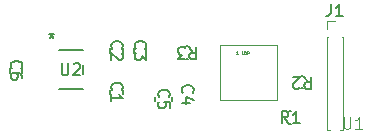
<source format=gbr>
%TF.GenerationSoftware,KiCad,Pcbnew,8.0.7*%
%TF.CreationDate,2025-01-01T23:53:00-05:00*%
%TF.ProjectId,PCB_Capstone_prototype_1_optical_S,5043425f-4361-4707-9374-6f6e655f7072,rev?*%
%TF.SameCoordinates,Original*%
%TF.FileFunction,Legend,Top*%
%TF.FilePolarity,Positive*%
%FSLAX46Y46*%
G04 Gerber Fmt 4.6, Leading zero omitted, Abs format (unit mm)*
G04 Created by KiCad (PCBNEW 8.0.7) date 2025-01-01 23:53:00*
%MOMM*%
%LPD*%
G01*
G04 APERTURE LIST*
%ADD10C,0.150000*%
%ADD11C,0.100000*%
%ADD12C,0.062500*%
%ADD13C,0.152400*%
%ADD14C,0.120000*%
G04 APERTURE END LIST*
D10*
X96140419Y-53661133D02*
X96092800Y-53613514D01*
X96092800Y-53613514D02*
X96045180Y-53470657D01*
X96045180Y-53470657D02*
X96045180Y-53375419D01*
X96045180Y-53375419D02*
X96092800Y-53232562D01*
X96092800Y-53232562D02*
X96188038Y-53137324D01*
X96188038Y-53137324D02*
X96283276Y-53089705D01*
X96283276Y-53089705D02*
X96473752Y-53042086D01*
X96473752Y-53042086D02*
X96616609Y-53042086D01*
X96616609Y-53042086D02*
X96807085Y-53089705D01*
X96807085Y-53089705D02*
X96902323Y-53137324D01*
X96902323Y-53137324D02*
X96997561Y-53232562D01*
X96997561Y-53232562D02*
X97045180Y-53375419D01*
X97045180Y-53375419D02*
X97045180Y-53470657D01*
X97045180Y-53470657D02*
X96997561Y-53613514D01*
X96997561Y-53613514D02*
X96949942Y-53661133D01*
X96949942Y-54042086D02*
X96997561Y-54089705D01*
X96997561Y-54089705D02*
X97045180Y-54184943D01*
X97045180Y-54184943D02*
X97045180Y-54423038D01*
X97045180Y-54423038D02*
X96997561Y-54518276D01*
X96997561Y-54518276D02*
X96949942Y-54565895D01*
X96949942Y-54565895D02*
X96854704Y-54613514D01*
X96854704Y-54613514D02*
X96759466Y-54613514D01*
X96759466Y-54613514D02*
X96616609Y-54565895D01*
X96616609Y-54565895D02*
X96045180Y-53994467D01*
X96045180Y-53994467D02*
X96045180Y-54613514D01*
X111055534Y-59954819D02*
X110722201Y-59478628D01*
X110484106Y-59954819D02*
X110484106Y-58954819D01*
X110484106Y-58954819D02*
X110865058Y-58954819D01*
X110865058Y-58954819D02*
X110960296Y-59002438D01*
X110960296Y-59002438D02*
X111007915Y-59050057D01*
X111007915Y-59050057D02*
X111055534Y-59145295D01*
X111055534Y-59145295D02*
X111055534Y-59288152D01*
X111055534Y-59288152D02*
X111007915Y-59383390D01*
X111007915Y-59383390D02*
X110960296Y-59431009D01*
X110960296Y-59431009D02*
X110865058Y-59478628D01*
X110865058Y-59478628D02*
X110484106Y-59478628D01*
X112007915Y-59954819D02*
X111436487Y-59954819D01*
X111722201Y-59954819D02*
X111722201Y-58954819D01*
X111722201Y-58954819D02*
X111626963Y-59097676D01*
X111626963Y-59097676D02*
X111531725Y-59192914D01*
X111531725Y-59192914D02*
X111436487Y-59240533D01*
D11*
X115738095Y-59457419D02*
X115738095Y-60266942D01*
X115738095Y-60266942D02*
X115785714Y-60362180D01*
X115785714Y-60362180D02*
X115833333Y-60409800D01*
X115833333Y-60409800D02*
X115928571Y-60457419D01*
X115928571Y-60457419D02*
X116119047Y-60457419D01*
X116119047Y-60457419D02*
X116214285Y-60409800D01*
X116214285Y-60409800D02*
X116261904Y-60362180D01*
X116261904Y-60362180D02*
X116309523Y-60266942D01*
X116309523Y-60266942D02*
X116309523Y-59457419D01*
X117309523Y-60457419D02*
X116738095Y-60457419D01*
X117023809Y-60457419D02*
X117023809Y-59457419D01*
X117023809Y-59457419D02*
X116928571Y-59600276D01*
X116928571Y-59600276D02*
X116833333Y-59695514D01*
X116833333Y-59695514D02*
X116738095Y-59743133D01*
D12*
X106806594Y-54141154D02*
X106663737Y-54141154D01*
X106735165Y-54141154D02*
X106735165Y-53891154D01*
X106735165Y-53891154D02*
X106711356Y-53926869D01*
X106711356Y-53926869D02*
X106687546Y-53950678D01*
X106687546Y-53950678D02*
X106663737Y-53962583D01*
X107223260Y-54141154D02*
X107104212Y-54141154D01*
X107104212Y-54141154D02*
X107104212Y-53891154D01*
X107306593Y-54141154D02*
X107306593Y-53891154D01*
X107306593Y-53891154D02*
X107366117Y-53891154D01*
X107366117Y-53891154D02*
X107401831Y-53903059D01*
X107401831Y-53903059D02*
X107425641Y-53926869D01*
X107425641Y-53926869D02*
X107437546Y-53950678D01*
X107437546Y-53950678D02*
X107449450Y-53998297D01*
X107449450Y-53998297D02*
X107449450Y-54034011D01*
X107449450Y-54034011D02*
X107437546Y-54081630D01*
X107437546Y-54081630D02*
X107425641Y-54105440D01*
X107425641Y-54105440D02*
X107401831Y-54129250D01*
X107401831Y-54129250D02*
X107366117Y-54141154D01*
X107366117Y-54141154D02*
X107306593Y-54141154D01*
X107556593Y-54141154D02*
X107556593Y-53891154D01*
X107556593Y-53891154D02*
X107651831Y-53891154D01*
X107651831Y-53891154D02*
X107675641Y-53903059D01*
X107675641Y-53903059D02*
X107687546Y-53914964D01*
X107687546Y-53914964D02*
X107699450Y-53938773D01*
X107699450Y-53938773D02*
X107699450Y-53974488D01*
X107699450Y-53974488D02*
X107687546Y-53998297D01*
X107687546Y-53998297D02*
X107675641Y-54010202D01*
X107675641Y-54010202D02*
X107651831Y-54022107D01*
X107651831Y-54022107D02*
X107556593Y-54022107D01*
D10*
X87640419Y-55333333D02*
X87592800Y-55285714D01*
X87592800Y-55285714D02*
X87545180Y-55142857D01*
X87545180Y-55142857D02*
X87545180Y-55047619D01*
X87545180Y-55047619D02*
X87592800Y-54904762D01*
X87592800Y-54904762D02*
X87688038Y-54809524D01*
X87688038Y-54809524D02*
X87783276Y-54761905D01*
X87783276Y-54761905D02*
X87973752Y-54714286D01*
X87973752Y-54714286D02*
X88116609Y-54714286D01*
X88116609Y-54714286D02*
X88307085Y-54761905D01*
X88307085Y-54761905D02*
X88402323Y-54809524D01*
X88402323Y-54809524D02*
X88497561Y-54904762D01*
X88497561Y-54904762D02*
X88545180Y-55047619D01*
X88545180Y-55047619D02*
X88545180Y-55142857D01*
X88545180Y-55142857D02*
X88497561Y-55285714D01*
X88497561Y-55285714D02*
X88449942Y-55333333D01*
X88545180Y-56190476D02*
X88545180Y-56000000D01*
X88545180Y-56000000D02*
X88497561Y-55904762D01*
X88497561Y-55904762D02*
X88449942Y-55857143D01*
X88449942Y-55857143D02*
X88307085Y-55761905D01*
X88307085Y-55761905D02*
X88116609Y-55714286D01*
X88116609Y-55714286D02*
X87735657Y-55714286D01*
X87735657Y-55714286D02*
X87640419Y-55761905D01*
X87640419Y-55761905D02*
X87592800Y-55809524D01*
X87592800Y-55809524D02*
X87545180Y-55904762D01*
X87545180Y-55904762D02*
X87545180Y-56095238D01*
X87545180Y-56095238D02*
X87592800Y-56190476D01*
X87592800Y-56190476D02*
X87640419Y-56238095D01*
X87640419Y-56238095D02*
X87735657Y-56285714D01*
X87735657Y-56285714D02*
X87973752Y-56285714D01*
X87973752Y-56285714D02*
X88068990Y-56238095D01*
X88068990Y-56238095D02*
X88116609Y-56190476D01*
X88116609Y-56190476D02*
X88164228Y-56095238D01*
X88164228Y-56095238D02*
X88164228Y-55904762D01*
X88164228Y-55904762D02*
X88116609Y-55809524D01*
X88116609Y-55809524D02*
X88068990Y-55761905D01*
X88068990Y-55761905D02*
X87973752Y-55714286D01*
X112388867Y-56045180D02*
X112722200Y-56521371D01*
X112960295Y-56045180D02*
X112960295Y-57045180D01*
X112960295Y-57045180D02*
X112579343Y-57045180D01*
X112579343Y-57045180D02*
X112484105Y-56997561D01*
X112484105Y-56997561D02*
X112436486Y-56949942D01*
X112436486Y-56949942D02*
X112388867Y-56854704D01*
X112388867Y-56854704D02*
X112388867Y-56711847D01*
X112388867Y-56711847D02*
X112436486Y-56616609D01*
X112436486Y-56616609D02*
X112484105Y-56568990D01*
X112484105Y-56568990D02*
X112579343Y-56521371D01*
X112579343Y-56521371D02*
X112960295Y-56521371D01*
X112007914Y-56949942D02*
X111960295Y-56997561D01*
X111960295Y-56997561D02*
X111865057Y-57045180D01*
X111865057Y-57045180D02*
X111626962Y-57045180D01*
X111626962Y-57045180D02*
X111531724Y-56997561D01*
X111531724Y-56997561D02*
X111484105Y-56949942D01*
X111484105Y-56949942D02*
X111436486Y-56854704D01*
X111436486Y-56854704D02*
X111436486Y-56759466D01*
X111436486Y-56759466D02*
X111484105Y-56616609D01*
X111484105Y-56616609D02*
X112055533Y-56045180D01*
X112055533Y-56045180D02*
X111436486Y-56045180D01*
X91872845Y-54904820D02*
X91872845Y-55714343D01*
X91872845Y-55714343D02*
X91920464Y-55809581D01*
X91920464Y-55809581D02*
X91968083Y-55857201D01*
X91968083Y-55857201D02*
X92063321Y-55904820D01*
X92063321Y-55904820D02*
X92253797Y-55904820D01*
X92253797Y-55904820D02*
X92349035Y-55857201D01*
X92349035Y-55857201D02*
X92396654Y-55809581D01*
X92396654Y-55809581D02*
X92444273Y-55714343D01*
X92444273Y-55714343D02*
X92444273Y-54904820D01*
X92872845Y-55000058D02*
X92920464Y-54952439D01*
X92920464Y-54952439D02*
X93015702Y-54904820D01*
X93015702Y-54904820D02*
X93253797Y-54904820D01*
X93253797Y-54904820D02*
X93349035Y-54952439D01*
X93349035Y-54952439D02*
X93396654Y-55000058D01*
X93396654Y-55000058D02*
X93444273Y-55095296D01*
X93444273Y-55095296D02*
X93444273Y-55190534D01*
X93444273Y-55190534D02*
X93396654Y-55333391D01*
X93396654Y-55333391D02*
X92825226Y-55904820D01*
X92825226Y-55904820D02*
X93444273Y-55904820D01*
X91015500Y-52303820D02*
X91015500Y-52541915D01*
X90777405Y-52446677D02*
X91015500Y-52541915D01*
X91015500Y-52541915D02*
X91253595Y-52446677D01*
X90872643Y-52732391D02*
X91015500Y-52541915D01*
X91015500Y-52541915D02*
X91158357Y-52732391D01*
X91015500Y-52303820D02*
X91015500Y-52541915D01*
X90777405Y-52446677D02*
X91015500Y-52541915D01*
X91015500Y-52541915D02*
X91253595Y-52446677D01*
X90872643Y-52732391D02*
X91015500Y-52541915D01*
X91015500Y-52541915D02*
X91158357Y-52732391D01*
X102666666Y-53545180D02*
X102999999Y-54021371D01*
X103238094Y-53545180D02*
X103238094Y-54545180D01*
X103238094Y-54545180D02*
X102857142Y-54545180D01*
X102857142Y-54545180D02*
X102761904Y-54497561D01*
X102761904Y-54497561D02*
X102714285Y-54449942D01*
X102714285Y-54449942D02*
X102666666Y-54354704D01*
X102666666Y-54354704D02*
X102666666Y-54211847D01*
X102666666Y-54211847D02*
X102714285Y-54116609D01*
X102714285Y-54116609D02*
X102761904Y-54068990D01*
X102761904Y-54068990D02*
X102857142Y-54021371D01*
X102857142Y-54021371D02*
X103238094Y-54021371D01*
X102333332Y-54545180D02*
X101714285Y-54545180D01*
X101714285Y-54545180D02*
X102047618Y-54164228D01*
X102047618Y-54164228D02*
X101904761Y-54164228D01*
X101904761Y-54164228D02*
X101809523Y-54116609D01*
X101809523Y-54116609D02*
X101761904Y-54068990D01*
X101761904Y-54068990D02*
X101714285Y-53973752D01*
X101714285Y-53973752D02*
X101714285Y-53735657D01*
X101714285Y-53735657D02*
X101761904Y-53640419D01*
X101761904Y-53640419D02*
X101809523Y-53592800D01*
X101809523Y-53592800D02*
X101904761Y-53545180D01*
X101904761Y-53545180D02*
X102190475Y-53545180D01*
X102190475Y-53545180D02*
X102285713Y-53592800D01*
X102285713Y-53592800D02*
X102333332Y-53640419D01*
X102140419Y-57386133D02*
X102092800Y-57338514D01*
X102092800Y-57338514D02*
X102045180Y-57195657D01*
X102045180Y-57195657D02*
X102045180Y-57100419D01*
X102045180Y-57100419D02*
X102092800Y-56957562D01*
X102092800Y-56957562D02*
X102188038Y-56862324D01*
X102188038Y-56862324D02*
X102283276Y-56814705D01*
X102283276Y-56814705D02*
X102473752Y-56767086D01*
X102473752Y-56767086D02*
X102616609Y-56767086D01*
X102616609Y-56767086D02*
X102807085Y-56814705D01*
X102807085Y-56814705D02*
X102902323Y-56862324D01*
X102902323Y-56862324D02*
X102997561Y-56957562D01*
X102997561Y-56957562D02*
X103045180Y-57100419D01*
X103045180Y-57100419D02*
X103045180Y-57195657D01*
X103045180Y-57195657D02*
X102997561Y-57338514D01*
X102997561Y-57338514D02*
X102949942Y-57386133D01*
X102711847Y-58243276D02*
X102045180Y-58243276D01*
X103092800Y-58005181D02*
X102378514Y-57767086D01*
X102378514Y-57767086D02*
X102378514Y-58386133D01*
X98140419Y-53661133D02*
X98092800Y-53613514D01*
X98092800Y-53613514D02*
X98045180Y-53470657D01*
X98045180Y-53470657D02*
X98045180Y-53375419D01*
X98045180Y-53375419D02*
X98092800Y-53232562D01*
X98092800Y-53232562D02*
X98188038Y-53137324D01*
X98188038Y-53137324D02*
X98283276Y-53089705D01*
X98283276Y-53089705D02*
X98473752Y-53042086D01*
X98473752Y-53042086D02*
X98616609Y-53042086D01*
X98616609Y-53042086D02*
X98807085Y-53089705D01*
X98807085Y-53089705D02*
X98902323Y-53137324D01*
X98902323Y-53137324D02*
X98997561Y-53232562D01*
X98997561Y-53232562D02*
X99045180Y-53375419D01*
X99045180Y-53375419D02*
X99045180Y-53470657D01*
X99045180Y-53470657D02*
X98997561Y-53613514D01*
X98997561Y-53613514D02*
X98949942Y-53661133D01*
X99045180Y-53994467D02*
X99045180Y-54613514D01*
X99045180Y-54613514D02*
X98664228Y-54280181D01*
X98664228Y-54280181D02*
X98664228Y-54423038D01*
X98664228Y-54423038D02*
X98616609Y-54518276D01*
X98616609Y-54518276D02*
X98568990Y-54565895D01*
X98568990Y-54565895D02*
X98473752Y-54613514D01*
X98473752Y-54613514D02*
X98235657Y-54613514D01*
X98235657Y-54613514D02*
X98140419Y-54565895D01*
X98140419Y-54565895D02*
X98092800Y-54518276D01*
X98092800Y-54518276D02*
X98045180Y-54423038D01*
X98045180Y-54423038D02*
X98045180Y-54137324D01*
X98045180Y-54137324D02*
X98092800Y-54042086D01*
X98092800Y-54042086D02*
X98140419Y-53994467D01*
X96140419Y-57161133D02*
X96092800Y-57113514D01*
X96092800Y-57113514D02*
X96045180Y-56970657D01*
X96045180Y-56970657D02*
X96045180Y-56875419D01*
X96045180Y-56875419D02*
X96092800Y-56732562D01*
X96092800Y-56732562D02*
X96188038Y-56637324D01*
X96188038Y-56637324D02*
X96283276Y-56589705D01*
X96283276Y-56589705D02*
X96473752Y-56542086D01*
X96473752Y-56542086D02*
X96616609Y-56542086D01*
X96616609Y-56542086D02*
X96807085Y-56589705D01*
X96807085Y-56589705D02*
X96902323Y-56637324D01*
X96902323Y-56637324D02*
X96997561Y-56732562D01*
X96997561Y-56732562D02*
X97045180Y-56875419D01*
X97045180Y-56875419D02*
X97045180Y-56970657D01*
X97045180Y-56970657D02*
X96997561Y-57113514D01*
X96997561Y-57113514D02*
X96949942Y-57161133D01*
X96045180Y-58113514D02*
X96045180Y-57542086D01*
X96045180Y-57827800D02*
X97045180Y-57827800D01*
X97045180Y-57827800D02*
X96902323Y-57732562D01*
X96902323Y-57732562D02*
X96807085Y-57637324D01*
X96807085Y-57637324D02*
X96759466Y-57542086D01*
X100140419Y-57761133D02*
X100092800Y-57713514D01*
X100092800Y-57713514D02*
X100045180Y-57570657D01*
X100045180Y-57570657D02*
X100045180Y-57475419D01*
X100045180Y-57475419D02*
X100092800Y-57332562D01*
X100092800Y-57332562D02*
X100188038Y-57237324D01*
X100188038Y-57237324D02*
X100283276Y-57189705D01*
X100283276Y-57189705D02*
X100473752Y-57142086D01*
X100473752Y-57142086D02*
X100616609Y-57142086D01*
X100616609Y-57142086D02*
X100807085Y-57189705D01*
X100807085Y-57189705D02*
X100902323Y-57237324D01*
X100902323Y-57237324D02*
X100997561Y-57332562D01*
X100997561Y-57332562D02*
X101045180Y-57475419D01*
X101045180Y-57475419D02*
X101045180Y-57570657D01*
X101045180Y-57570657D02*
X100997561Y-57713514D01*
X100997561Y-57713514D02*
X100949942Y-57761133D01*
X101045180Y-58665895D02*
X101045180Y-58189705D01*
X101045180Y-58189705D02*
X100568990Y-58142086D01*
X100568990Y-58142086D02*
X100616609Y-58189705D01*
X100616609Y-58189705D02*
X100664228Y-58284943D01*
X100664228Y-58284943D02*
X100664228Y-58523038D01*
X100664228Y-58523038D02*
X100616609Y-58618276D01*
X100616609Y-58618276D02*
X100568990Y-58665895D01*
X100568990Y-58665895D02*
X100473752Y-58713514D01*
X100473752Y-58713514D02*
X100235657Y-58713514D01*
X100235657Y-58713514D02*
X100140419Y-58665895D01*
X100140419Y-58665895D02*
X100092800Y-58618276D01*
X100092800Y-58618276D02*
X100045180Y-58523038D01*
X100045180Y-58523038D02*
X100045180Y-58284943D01*
X100045180Y-58284943D02*
X100092800Y-58189705D01*
X100092800Y-58189705D02*
X100140419Y-58142086D01*
X114666666Y-49894819D02*
X114666666Y-50609104D01*
X114666666Y-50609104D02*
X114619047Y-50751961D01*
X114619047Y-50751961D02*
X114523809Y-50847200D01*
X114523809Y-50847200D02*
X114380952Y-50894819D01*
X114380952Y-50894819D02*
X114285714Y-50894819D01*
X115666666Y-50894819D02*
X115095238Y-50894819D01*
X115380952Y-50894819D02*
X115380952Y-49894819D01*
X115380952Y-49894819D02*
X115285714Y-50037676D01*
X115285714Y-50037676D02*
X115190476Y-50132914D01*
X115190476Y-50132914D02*
X115095238Y-50180533D01*
D13*
%TO.C,C2*%
X95973000Y-53635350D02*
X95973000Y-54020250D01*
X97027000Y-54020250D02*
X97027000Y-53635350D01*
%TO.C,R1*%
X111129752Y-60026999D02*
X111314650Y-60026999D01*
X111314650Y-58973001D02*
X111129752Y-58973001D01*
D11*
%TO.C,U1*%
X105315000Y-57425000D02*
X105315000Y-53389988D01*
X105315000Y-57425000D02*
X105315000Y-58010084D01*
X106000000Y-58010000D02*
X105324926Y-58010000D01*
X106000000Y-58010000D02*
X110085012Y-58010000D01*
X109425000Y-53390000D02*
X105325000Y-53390000D01*
X109425000Y-53390000D02*
X110085073Y-53390000D01*
X110085000Y-54000000D02*
X110085000Y-53399813D01*
X110085000Y-54000000D02*
X110085000Y-58000000D01*
D13*
%TO.C,C6*%
X87473000Y-55307550D02*
X87473000Y-55692450D01*
X88527000Y-55692450D02*
X88527000Y-55307550D01*
%TO.C,R2*%
X112129752Y-57026999D02*
X112314650Y-57026999D01*
X112314650Y-55973001D02*
X112129752Y-55973001D01*
%TO.C,U2*%
X91631450Y-57101001D02*
X93638050Y-57101001D01*
X93638050Y-53799001D02*
X91631450Y-53799001D01*
X93638050Y-55813262D02*
X93638050Y-55086740D01*
%TO.C,R3*%
X102407551Y-54526999D02*
X102592449Y-54526999D01*
X102592449Y-53473001D02*
X102407551Y-53473001D01*
%TO.C,C3*%
X97973000Y-53635350D02*
X97973000Y-54020250D01*
X99027000Y-54020250D02*
X99027000Y-53635350D01*
%TO.C,C1*%
X95973000Y-57135350D02*
X95973000Y-57520250D01*
X97027000Y-57520250D02*
X97027000Y-57135350D01*
%TO.C,C5*%
X99748000Y-57735350D02*
X99748000Y-58120250D01*
X101252000Y-58120250D02*
X101252000Y-57735350D01*
D14*
%TO.C,J1*%
X114305000Y-51315000D02*
X115000000Y-51315000D01*
X114305000Y-52000000D02*
X114305000Y-51315000D01*
X114305000Y-52685000D02*
X114305000Y-60560000D01*
X114305000Y-52685000D02*
X114391724Y-52685000D01*
X114305000Y-60560000D02*
X114605507Y-60560000D01*
X115394493Y-60560000D02*
X115695000Y-60560000D01*
X115608276Y-52685000D02*
X115695000Y-52685000D01*
X115695000Y-52685000D02*
X115695000Y-60560000D01*
%TD*%
M02*

</source>
